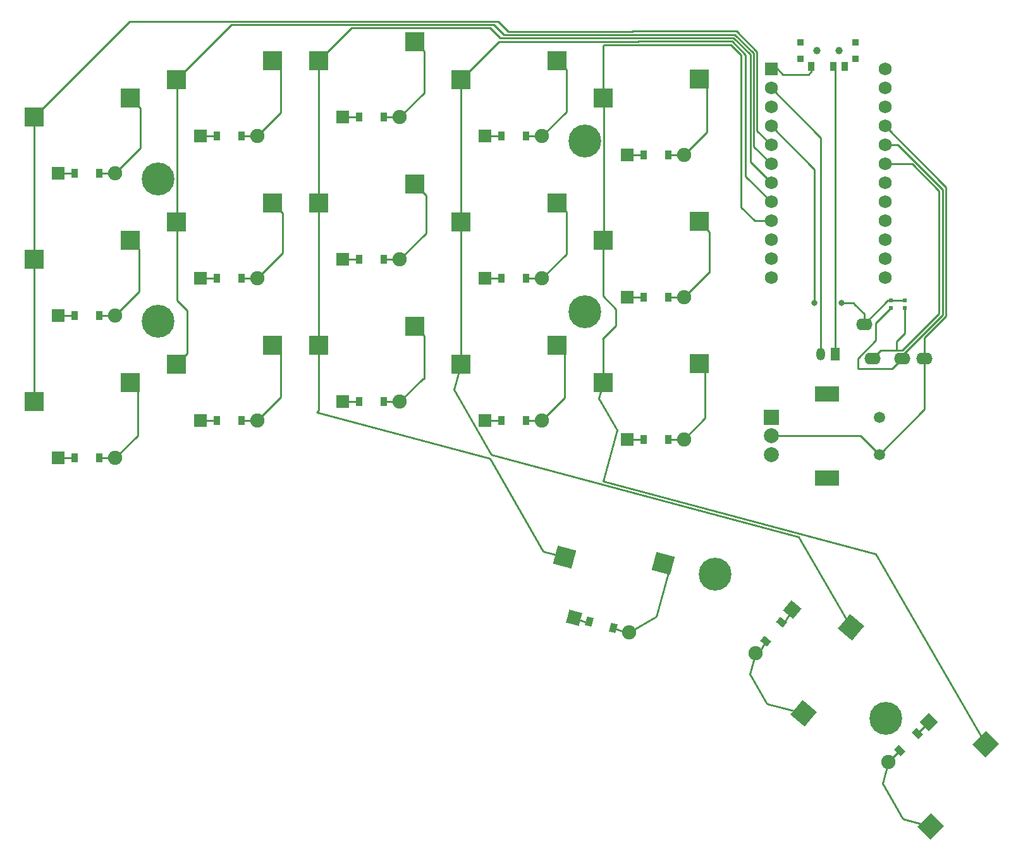
<source format=gbr>
%TF.GenerationSoftware,KiCad,Pcbnew,7.0.10*%
%TF.CreationDate,2024-01-22T21:42:36+02:00*%
%TF.ProjectId,juubo_left_final,6a757562-6f5f-46c6-9566-745f66696e61,v1.0.0*%
%TF.SameCoordinates,Original*%
%TF.FileFunction,Copper,L2,Bot*%
%TF.FilePolarity,Positive*%
%FSLAX46Y46*%
G04 Gerber Fmt 4.6, Leading zero omitted, Abs format (unit mm)*
G04 Created by KiCad (PCBNEW 7.0.10) date 2024-01-22 21:42:36*
%MOMM*%
%LPD*%
G01*
G04 APERTURE LIST*
G04 Aperture macros list*
%AMRotRect*
0 Rectangle, with rotation*
0 The origin of the aperture is its center*
0 $1 length*
0 $2 width*
0 $3 Rotation angle, in degrees counterclockwise*
0 Add horizontal line*
21,1,$1,$2,0,0,$3*%
G04 Aperture macros list end*
%TA.AperFunction,SMDPad,CuDef*%
%ADD10R,0.900000X0.900000*%
%TD*%
%TA.AperFunction,WasherPad*%
%ADD11C,1.000000*%
%TD*%
%TA.AperFunction,SMDPad,CuDef*%
%ADD12R,0.900000X1.250000*%
%TD*%
%TA.AperFunction,ComponentPad*%
%ADD13R,1.200000X1.700000*%
%TD*%
%TA.AperFunction,ComponentPad*%
%ADD14O,1.200000X1.700000*%
%TD*%
%TA.AperFunction,ComponentPad*%
%ADD15R,1.778000X1.778000*%
%TD*%
%TA.AperFunction,SMDPad,CuDef*%
%ADD16R,0.900000X1.200000*%
%TD*%
%TA.AperFunction,ComponentPad*%
%ADD17C,1.905000*%
%TD*%
%TA.AperFunction,SMDPad,CuDef*%
%ADD18R,2.550000X2.500000*%
%TD*%
%TA.AperFunction,ComponentPad*%
%ADD19O,2.200000X1.600000*%
%TD*%
%TA.AperFunction,ComponentPad*%
%ADD20C,0.700000*%
%TD*%
%TA.AperFunction,ComponentPad*%
%ADD21C,4.400000*%
%TD*%
%TA.AperFunction,ComponentPad*%
%ADD22R,3.200000X2.000000*%
%TD*%
%TA.AperFunction,ComponentPad*%
%ADD23C,1.500000*%
%TD*%
%TA.AperFunction,ComponentPad*%
%ADD24R,2.000000X2.000000*%
%TD*%
%TA.AperFunction,ComponentPad*%
%ADD25C,2.000000*%
%TD*%
%TA.AperFunction,SMDPad,CuDef*%
%ADD26RotRect,2.550000X2.500000X345.000000*%
%TD*%
%TA.AperFunction,ComponentPad*%
%ADD27R,1.752600X1.752600*%
%TD*%
%TA.AperFunction,ComponentPad*%
%ADD28C,1.752600*%
%TD*%
%TA.AperFunction,SMDPad,CuDef*%
%ADD29RotRect,2.550000X2.500000X230.000000*%
%TD*%
%TA.AperFunction,ComponentPad*%
%ADD30RotRect,1.778000X1.778000X345.000000*%
%TD*%
%TA.AperFunction,SMDPad,CuDef*%
%ADD31RotRect,0.900000X1.200000X345.000000*%
%TD*%
%TA.AperFunction,SMDPad,CuDef*%
%ADD32RotRect,2.550000X2.500000X225.000000*%
%TD*%
%TA.AperFunction,ComponentPad*%
%ADD33RotRect,1.778000X1.778000X225.000000*%
%TD*%
%TA.AperFunction,SMDPad,CuDef*%
%ADD34RotRect,0.900000X1.200000X225.000000*%
%TD*%
%TA.AperFunction,ComponentPad*%
%ADD35RotRect,1.778000X1.778000X230.000000*%
%TD*%
%TA.AperFunction,SMDPad,CuDef*%
%ADD36RotRect,0.900000X1.200000X230.000000*%
%TD*%
%TA.AperFunction,SMDPad,CuDef*%
%ADD37R,0.500000X0.475000*%
%TD*%
%TA.AperFunction,ViaPad*%
%ADD38C,0.800000*%
%TD*%
%TA.AperFunction,Conductor*%
%ADD39C,0.250000*%
%TD*%
G04 APERTURE END LIST*
D10*
%TO.P,T1,*%
%TO.N,*%
X183913786Y-47312500D03*
X183913786Y-49512500D03*
D11*
X186113786Y-48412500D03*
X189113786Y-48412500D03*
D10*
X191313786Y-47312500D03*
X191313786Y-49512500D03*
D12*
%TO.P,T1,1*%
%TO.N,RAW*%
X185363786Y-50487500D03*
%TO.P,T1,2*%
%TO.N,B+*%
X188363786Y-50487500D03*
%TO.P,T1,3*%
%TO.N,N/C*%
X189863786Y-50487500D03*
%TD*%
D13*
%TO.P,JST1,1*%
%TO.N,B+*%
X188613785Y-89063409D03*
D14*
%TO.P,JST1,2*%
%TO.N,GND*%
X186613785Y-89063409D03*
%TD*%
D15*
%TO.P,D4,1*%
%TO.N,P10*%
X103603787Y-97935909D03*
D16*
X105763787Y-97935909D03*
%TO.P,D4,2*%
%TO.N,ring_bottom*%
X109063787Y-97935909D03*
D17*
X111223787Y-97935909D03*
%TD*%
D18*
%TO.P,S9,1*%
%TO.N,P19*%
X119378783Y-49795909D03*
%TO.P,S9,2*%
%TO.N,middle_top*%
X132305783Y-47255909D03*
%TD*%
D15*
%TO.P,D6,1*%
%TO.N,P14*%
X103603784Y-59835912D03*
D16*
X105763784Y-59835912D03*
%TO.P,D6,2*%
%TO.N,ring_top*%
X109063784Y-59835912D03*
D17*
X111223784Y-59835912D03*
%TD*%
D19*
%TO.P,TRRS1,1*%
%TO.N,VCC*%
X192448785Y-85073409D03*
%TO.P,TRRS1,2*%
%TO.N,P3*%
X193548785Y-89673409D03*
%TO.P,TRRS1,3*%
%TO.N,P2*%
X197548785Y-89673409D03*
%TO.P,TRRS1,4*%
%TO.N,GND*%
X200548785Y-89673409D03*
%TD*%
D15*
%TO.P,D5,1*%
%TO.N,P16*%
X103603783Y-78885908D03*
D16*
X105763783Y-78885908D03*
%TO.P,D5,2*%
%TO.N,ring_home*%
X109063783Y-78885908D03*
D17*
X111223783Y-78885908D03*
%TD*%
D18*
%TO.P,S1,1*%
%TO.N,P21*%
X81278786Y-95395909D03*
%TO.P,S1,2*%
%TO.N,pinky_bottom*%
X94205786Y-92855909D03*
%TD*%
%TO.P,S6,1*%
%TO.N,P20*%
X100328785Y-52295910D03*
%TO.P,S6,2*%
%TO.N,ring_top*%
X113255785Y-49755910D03*
%TD*%
D15*
%TO.P,D15,1*%
%TO.N,P14*%
X160753785Y-62335911D03*
D16*
X162913785Y-62335911D03*
%TO.P,D15,2*%
%TO.N,inner_top*%
X166213785Y-62335911D03*
D17*
X168373785Y-62335911D03*
%TD*%
D18*
%TO.P,S7,1*%
%TO.N,P19*%
X119378784Y-87895911D03*
%TO.P,S7,2*%
%TO.N,middle_bottom*%
X132305784Y-85355911D03*
%TD*%
%TO.P,S10,1*%
%TO.N,P18*%
X138428785Y-90395910D03*
%TO.P,S10,2*%
%TO.N,index_bottom*%
X151355785Y-87855910D03*
%TD*%
D20*
%TO.P,_2,1*%
%TO.N,N/C*%
X153388789Y-60550910D03*
X153872063Y-59384184D03*
X153872063Y-61717636D03*
X155038789Y-58900910D03*
D21*
X155038789Y-60550910D03*
D20*
X155038789Y-62200910D03*
X156205515Y-59384184D03*
X156205515Y-61717636D03*
X156688789Y-60550910D03*
%TD*%
D22*
%TO.P,ROT1,*%
%TO.N,*%
X187493785Y-94405912D03*
X187493785Y-105605912D03*
D23*
%TO.P,ROT1,1*%
%TO.N,P9*%
X194493785Y-97505912D03*
%TO.P,ROT1,2*%
%TO.N,GND*%
X194493785Y-102505912D03*
D24*
%TO.P,ROT1,A*%
%TO.N,P7*%
X179993785Y-97505912D03*
D25*
%TO.P,ROT1,B*%
%TO.N,P8*%
X179993785Y-102505912D03*
%TO.P,ROT1,C*%
%TO.N,GND*%
X179993785Y-100005912D03*
%TD*%
D15*
%TO.P,D8,1*%
%TO.N,P16*%
X122653784Y-76385911D03*
D16*
X124813784Y-76385911D03*
%TO.P,D8,2*%
%TO.N,middle_home*%
X128113784Y-76385911D03*
D17*
X130273784Y-76385911D03*
%TD*%
D15*
%TO.P,D9,1*%
%TO.N,P14*%
X122653784Y-57335910D03*
D16*
X124813784Y-57335910D03*
%TO.P,D9,2*%
%TO.N,middle_top*%
X128113784Y-57335910D03*
D17*
X130273784Y-57335910D03*
%TD*%
D15*
%TO.P,D11,1*%
%TO.N,P16*%
X141703784Y-78885910D03*
D16*
X143863784Y-78885910D03*
%TO.P,D11,2*%
%TO.N,index_home*%
X147163784Y-78885910D03*
D17*
X149323784Y-78885910D03*
%TD*%
D26*
%TO.P,S16,1*%
%TO.N,P19*%
X152377602Y-116198727D03*
%TO.P,S16,2*%
%TO.N,layer_cluster*%
X165521525Y-117091030D03*
%TD*%
D15*
%TO.P,D1,1*%
%TO.N,P10*%
X84553784Y-102935911D03*
D16*
X86713784Y-102935911D03*
%TO.P,D1,2*%
%TO.N,pinky_bottom*%
X90013784Y-102935911D03*
D17*
X92173784Y-102935911D03*
%TD*%
D15*
%TO.P,D10,1*%
%TO.N,P10*%
X141703785Y-97935908D03*
D16*
X143863785Y-97935908D03*
%TO.P,D10,2*%
%TO.N,index_bottom*%
X147163785Y-97935908D03*
D17*
X149323785Y-97935908D03*
%TD*%
D15*
%TO.P,D14,1*%
%TO.N,P16*%
X160753786Y-81385910D03*
D16*
X162913786Y-81385910D03*
%TO.P,D14,2*%
%TO.N,inner_home*%
X166213786Y-81385910D03*
D17*
X168373786Y-81385910D03*
%TD*%
D20*
%TO.P,_6,1*%
%TO.N,N/C*%
X153388784Y-83400000D03*
X153872058Y-82233274D03*
X153872058Y-84566726D03*
X155038784Y-81750000D03*
D21*
X155038784Y-83400000D03*
D20*
X155038784Y-85050000D03*
X156205510Y-82233274D03*
X156205510Y-84566726D03*
X156688784Y-83400000D03*
%TD*%
D15*
%TO.P,D7,1*%
%TO.N,P10*%
X122653785Y-95435911D03*
D16*
X124813785Y-95435911D03*
%TO.P,D7,2*%
%TO.N,middle_bottom*%
X128113785Y-95435911D03*
D17*
X130273785Y-95435911D03*
%TD*%
D27*
%TO.P,MCU1,1*%
%TO.N,RAW*%
X179993787Y-50890909D03*
D28*
%TO.P,MCU1,2*%
%TO.N,GND*%
X179993787Y-53430909D03*
%TO.P,MCU1,3*%
%TO.N,RST*%
X179993787Y-55970909D03*
%TO.P,MCU1,4*%
%TO.N,VCC*%
X179993787Y-58510909D03*
%TO.P,MCU1,5*%
%TO.N,P21*%
X179993787Y-61050909D03*
%TO.P,MCU1,6*%
%TO.N,P20*%
X179993787Y-63590909D03*
%TO.P,MCU1,7*%
%TO.N,P19*%
X179993787Y-66130909D03*
%TO.P,MCU1,8*%
%TO.N,P18*%
X179993787Y-68670909D03*
%TO.P,MCU1,9*%
%TO.N,P15*%
X179993787Y-71210909D03*
%TO.P,MCU1,10*%
%TO.N,P14*%
X179993787Y-73750909D03*
%TO.P,MCU1,11*%
%TO.N,P16*%
X179993787Y-76290909D03*
%TO.P,MCU1,12*%
%TO.N,P10*%
X179993787Y-78830909D03*
%TO.P,MCU1,13*%
%TO.N,VCC*%
X195233787Y-50890909D03*
%TO.P,MCU1,14*%
%TO.N,P0*%
X195233787Y-53430909D03*
%TO.P,MCU1,15*%
%TO.N,GND*%
X195233787Y-55970909D03*
%TO.P,MCU1,16*%
X195233787Y-58510909D03*
%TO.P,MCU1,17*%
%TO.N,P2*%
X195233787Y-61050909D03*
%TO.P,MCU1,18*%
%TO.N,P3*%
X195233787Y-63590909D03*
%TO.P,MCU1,19*%
%TO.N,P4*%
X195233787Y-66130909D03*
%TO.P,MCU1,20*%
%TO.N,P5*%
X195233787Y-68670909D03*
%TO.P,MCU1,21*%
%TO.N,P6*%
X195233787Y-71210909D03*
%TO.P,MCU1,22*%
%TO.N,P7*%
X195233787Y-73750909D03*
%TO.P,MCU1,23*%
%TO.N,P8*%
X195233787Y-76290909D03*
%TO.P,MCU1,24*%
%TO.N,P9*%
X195233787Y-78830909D03*
%TD*%
D18*
%TO.P,S12,1*%
%TO.N,P18*%
X138428787Y-52295911D03*
%TO.P,S12,2*%
%TO.N,index_top*%
X151355787Y-49755911D03*
%TD*%
%TO.P,S3,1*%
%TO.N,P21*%
X81278785Y-57295911D03*
%TO.P,S3,2*%
%TO.N,pinky_top*%
X94205785Y-54755911D03*
%TD*%
%TO.P,S11,1*%
%TO.N,P18*%
X138428785Y-71345909D03*
%TO.P,S11,2*%
%TO.N,index_home*%
X151355785Y-68805909D03*
%TD*%
D20*
%TO.P,_3,1*%
%TO.N,N/C*%
X96238786Y-84600000D03*
X96722060Y-83433274D03*
X96722060Y-85766726D03*
X97888786Y-82950000D03*
D21*
X97888786Y-84600000D03*
D20*
X97888786Y-86250000D03*
X99055512Y-83433274D03*
X99055512Y-85766726D03*
X99538786Y-84600000D03*
%TD*%
D29*
%TO.P,S17,1*%
%TO.N,P18*%
X190674342Y-125624075D03*
%TO.P,S17,2*%
%TO.N,space_cluster*%
X184310780Y-137159412D03*
%TD*%
D20*
%TO.P,_5,1*%
%TO.N,N/C*%
X196500000Y-136666548D03*
X196983274Y-137833274D03*
X195333274Y-136183274D03*
X196500000Y-139000000D03*
D21*
X195333274Y-137833274D03*
D20*
X194166548Y-136666548D03*
X195333274Y-139483274D03*
X193683274Y-137833274D03*
X194166548Y-139000000D03*
%TD*%
D15*
%TO.P,D3,1*%
%TO.N,P14*%
X84553786Y-64835909D03*
D16*
X86713786Y-64835909D03*
%TO.P,D3,2*%
%TO.N,pinky_top*%
X90013786Y-64835909D03*
D17*
X92173786Y-64835909D03*
%TD*%
D30*
%TO.P,D16,1*%
%TO.N,P6*%
X153589515Y-124329438D03*
D31*
X155675914Y-124888488D03*
%TO.P,D16,2*%
%TO.N,layer_cluster*%
X158863470Y-125742590D03*
D17*
X160949869Y-126301640D03*
%TD*%
D15*
%TO.P,D2,1*%
%TO.N,P16*%
X84553785Y-83885911D03*
D16*
X86713785Y-83885911D03*
%TO.P,D2,2*%
%TO.N,pinky_home*%
X90013785Y-83885911D03*
D17*
X92173785Y-83885911D03*
%TD*%
D32*
%TO.P,S18,1*%
%TO.N,P15*%
X208724892Y-141312413D03*
%TO.P,S18,2*%
%TO.N,extra_cluster*%
X201380174Y-152249233D03*
%TD*%
D20*
%TO.P,_4,1*%
%TO.N,N/C*%
X170906222Y-118072949D03*
X171675000Y-117071058D03*
X171071058Y-119325000D03*
X172927051Y-116906222D03*
D21*
X172500000Y-118500000D03*
D20*
X172072949Y-120093778D03*
X173928942Y-117675000D03*
X173325000Y-119928942D03*
X174093778Y-118927051D03*
%TD*%
D15*
%TO.P,D13,1*%
%TO.N,P10*%
X160753786Y-100435910D03*
D16*
X162913786Y-100435910D03*
%TO.P,D13,2*%
%TO.N,inner_bottom*%
X166213786Y-100435910D03*
D17*
X168373786Y-100435910D03*
%TD*%
D18*
%TO.P,S4,1*%
%TO.N,P20*%
X100328786Y-90395912D03*
%TO.P,S4,2*%
%TO.N,ring_bottom*%
X113255786Y-87855912D03*
%TD*%
D20*
%TO.P,_1,1*%
%TO.N,N/C*%
X96238787Y-65550910D03*
X96722061Y-64384184D03*
X96722061Y-66717636D03*
X97888787Y-63900910D03*
D21*
X97888787Y-65550910D03*
D20*
X97888787Y-67200910D03*
X99055513Y-64384184D03*
X99055513Y-66717636D03*
X99538787Y-65550910D03*
%TD*%
D18*
%TO.P,S2,1*%
%TO.N,P21*%
X81278785Y-76345908D03*
%TO.P,S2,2*%
%TO.N,pinky_home*%
X94205785Y-73805908D03*
%TD*%
%TO.P,S15,1*%
%TO.N,P15*%
X157478785Y-54795911D03*
%TO.P,S15,2*%
%TO.N,inner_top*%
X170405785Y-52255911D03*
%TD*%
%TO.P,S8,1*%
%TO.N,P19*%
X119378787Y-68845911D03*
%TO.P,S8,2*%
%TO.N,middle_home*%
X132305787Y-66305911D03*
%TD*%
D33*
%TO.P,D18,1*%
%TO.N,P6*%
X201077534Y-138296605D03*
D34*
X199550183Y-139823956D03*
%TO.P,D18,2*%
%TO.N,extra_cluster*%
X197216731Y-142157408D03*
D17*
X195689380Y-143684759D03*
%TD*%
D18*
%TO.P,S14,1*%
%TO.N,P15*%
X157478783Y-73845911D03*
%TO.P,S14,2*%
%TO.N,inner_home*%
X170405783Y-71305911D03*
%TD*%
D35*
%TO.P,D17,1*%
%TO.N,P6*%
X182793240Y-123286249D03*
D36*
X181404819Y-124940905D03*
%TO.P,D17,2*%
%TO.N,space_cluster*%
X179283619Y-127468851D03*
D17*
X177895198Y-129123507D03*
%TD*%
D18*
%TO.P,S5,1*%
%TO.N,P20*%
X100328784Y-71345910D03*
%TO.P,S5,2*%
%TO.N,ring_home*%
X113255784Y-68805910D03*
%TD*%
%TO.P,S13,1*%
%TO.N,P15*%
X157478786Y-92895911D03*
%TO.P,S13,2*%
%TO.N,inner_bottom*%
X170405786Y-90355911D03*
%TD*%
D15*
%TO.P,D12,1*%
%TO.N,P14*%
X141703787Y-59835909D03*
D16*
X143863787Y-59835909D03*
%TO.P,D12,2*%
%TO.N,index_top*%
X147163787Y-59835909D03*
D17*
X149323787Y-59835909D03*
%TD*%
D37*
%TO.P,DISP1,1*%
%TO.N,VCC*%
X197901286Y-81873911D03*
%TO.P,DISP1,2*%
%TO.N,P3*%
X197901286Y-82897911D03*
%TD*%
%TO.P,DISP2,1*%
%TO.N,VCC*%
X195996287Y-81873909D03*
%TO.P,DISP2,2*%
%TO.N,P2*%
X195996287Y-82897909D03*
%TD*%
D38*
%TO.N,VCC*%
X185800000Y-82200000D03*
X189400000Y-82200000D03*
%TD*%
D39*
%TO.N,GND*%
X203400000Y-66677122D02*
X195233787Y-58510909D01*
X203400000Y-83986396D02*
X203400000Y-66677122D01*
X200548785Y-89673409D02*
X200548785Y-86837611D01*
X200548785Y-86837611D02*
X203400000Y-83986396D01*
%TO.N,P2*%
X197548785Y-89201215D02*
X202950000Y-83800000D01*
X196987305Y-61050909D02*
X195233787Y-61050909D01*
X202950000Y-83800000D02*
X202950000Y-67013604D01*
X202950000Y-67013604D02*
X196987305Y-61050909D01*
%TO.N,GND*%
X194493785Y-102505912D02*
X200548785Y-96450912D01*
X179993785Y-100005912D02*
X191993785Y-100005912D01*
X186613785Y-60050907D02*
X179993787Y-53430909D01*
X191993785Y-100005912D02*
X194493785Y-102505912D01*
X200548785Y-96450912D02*
X200548785Y-89673409D01*
X186613785Y-89063409D02*
X186613785Y-60050907D01*
%TO.N,P21*%
X144800000Y-45850000D02*
X161400000Y-45850000D01*
X81278785Y-57295911D02*
X81278786Y-76345909D01*
X81278785Y-57295911D02*
X94093787Y-44480909D01*
X175345584Y-45800000D02*
X178100000Y-48554416D01*
X178100000Y-48554416D02*
X178100000Y-59157122D01*
X94093787Y-44480909D02*
X143430909Y-44480909D01*
X161450000Y-45800000D02*
X175345584Y-45800000D01*
X143430909Y-44480909D02*
X144800000Y-45850000D01*
X161400000Y-45850000D02*
X161450000Y-45800000D01*
X178100000Y-59157122D02*
X179993787Y-61050909D01*
X81278786Y-76345909D02*
X81278787Y-95395910D01*
%TO.N,pinky_bottom*%
X95172232Y-93822356D02*
X94205786Y-92855910D01*
X92173784Y-102935910D02*
X95172232Y-99937463D01*
X92173783Y-102935911D02*
X90013783Y-102935910D01*
X95172232Y-99937463D02*
X95172232Y-93822356D01*
%TO.N,pinky_home*%
X90013785Y-83885908D02*
X92173785Y-83885908D01*
X95372232Y-80687464D02*
X95372231Y-74972355D01*
X92173786Y-83885911D02*
X95372232Y-80687464D01*
X95372231Y-74972355D02*
X94205786Y-73805909D01*
%TO.N,pinky_top*%
X95572232Y-61437463D02*
X95572232Y-56122358D01*
X95572232Y-56122358D02*
X94205785Y-54755911D01*
X92173786Y-64835909D02*
X90013784Y-64835913D01*
X92173786Y-64835909D02*
X95572232Y-61437463D01*
%TO.N,P20*%
X177650000Y-48740812D02*
X177650000Y-61247122D01*
X100328784Y-90395909D02*
X100328785Y-90395912D01*
X100413788Y-52380911D02*
X100413787Y-71260908D01*
X107693786Y-44930909D02*
X142830909Y-44930909D01*
X161600000Y-46300000D02*
X161650000Y-46250000D01*
X100413786Y-81813786D02*
X101800000Y-83200000D01*
X100413787Y-71260908D02*
X100328783Y-71345911D01*
X100413786Y-71430912D02*
X100413786Y-81813786D01*
X100328785Y-52295910D02*
X100413788Y-52380911D01*
X177650000Y-61247122D02*
X179993787Y-63590909D01*
X161650000Y-46250000D02*
X175159188Y-46250000D01*
X101800000Y-88924698D02*
X100328786Y-90395912D01*
X100328784Y-71345910D02*
X100413786Y-71430912D01*
X175159188Y-46250000D02*
X177650000Y-48740812D01*
X142830909Y-44930909D02*
X144200000Y-46300000D01*
X100328785Y-52295910D02*
X107693786Y-44930909D01*
X101800000Y-83200000D02*
X101800000Y-88924698D01*
X144200000Y-46300000D02*
X161600000Y-46300000D01*
%TO.N,ring_bottom*%
X114372232Y-94787465D02*
X114372231Y-88972358D01*
X111223787Y-97935910D02*
X114372232Y-94787465D01*
X109063785Y-97935910D02*
X111223787Y-97935910D01*
X114372231Y-88972358D02*
X113255787Y-87855911D01*
%TO.N,ring_home*%
X114572232Y-75537461D02*
X114572231Y-70122359D01*
X111223783Y-78885910D02*
X114572232Y-75537461D01*
X114572231Y-70122359D02*
X113255784Y-68805911D01*
X111223784Y-78885908D02*
X109063783Y-78885910D01*
%TO.N,ring_top*%
X114372231Y-50872356D02*
X113255785Y-49755909D01*
X109063786Y-59835908D02*
X111223787Y-59835909D01*
X111223783Y-59835912D02*
X114372232Y-56687464D01*
X114372232Y-56687464D02*
X114372231Y-50872356D01*
%TO.N,P19*%
X119378787Y-87895908D02*
X119378784Y-87895911D01*
X174972792Y-46700000D02*
X177200000Y-48927208D01*
X143750000Y-46750000D02*
X162000000Y-46750000D01*
X142323172Y-102987514D02*
X119200000Y-96791679D01*
X162050000Y-46700000D02*
X174972792Y-46700000D01*
X142380909Y-45380909D02*
X143750000Y-46750000D01*
X177200000Y-63337122D02*
X179993787Y-66130909D01*
X162000000Y-46750000D02*
X162050000Y-46700000D01*
X119378783Y-49795908D02*
X119378784Y-68845909D01*
X119200000Y-96791679D02*
X119378784Y-96612895D01*
X119378787Y-68845912D02*
X119378787Y-87895908D01*
X119378784Y-68845909D02*
X119378787Y-68845912D01*
X119378784Y-96612895D02*
X119378784Y-87895911D01*
X177200000Y-48927208D02*
X177200000Y-63337122D01*
X152377603Y-116198728D02*
X149506511Y-115429421D01*
X149506511Y-115429421D02*
X142323172Y-102987514D01*
X119378783Y-49795909D02*
X123793783Y-45380909D01*
X123793783Y-45380909D02*
X142380909Y-45380909D01*
%TO.N,middle_bottom*%
X133377376Y-92332319D02*
X133572232Y-92332320D01*
X130273785Y-95435911D02*
X133377376Y-92332319D01*
X130273787Y-95435911D02*
X128113785Y-95435911D01*
X133572232Y-86622358D02*
X132305785Y-85355911D01*
X133572232Y-92332320D02*
X133572232Y-86622358D01*
%TO.N,middle_home*%
X133772232Y-67772357D02*
X132305786Y-66305912D01*
X133772232Y-72887463D02*
X133772232Y-67772357D01*
X128113784Y-76385908D02*
X130273785Y-76385910D01*
X130273782Y-76385911D02*
X133772232Y-72887463D01*
%TO.N,middle_top*%
X133572233Y-54037462D02*
X133572232Y-48522356D01*
X130273785Y-57335911D02*
X128113785Y-57335910D01*
X133572232Y-48522356D02*
X132305784Y-47255908D01*
X130273786Y-57335910D02*
X133572233Y-54037462D01*
%TO.N,P18*%
X162250000Y-47150000D02*
X174786396Y-47150000D01*
X143524698Y-47200000D02*
X162200000Y-47200000D01*
X183673254Y-113497832D02*
X142548975Y-102478616D01*
X138428785Y-71345910D02*
X138428785Y-90395912D01*
X142548975Y-102478616D02*
X137523544Y-93774313D01*
X162200000Y-47200000D02*
X162250000Y-47150000D01*
X176600000Y-65277122D02*
X179993787Y-68670909D01*
X174786396Y-47150000D02*
X176600000Y-48963604D01*
X137523544Y-93774313D02*
X138428785Y-90395910D01*
X176600000Y-48963604D02*
X176600000Y-65277122D01*
X190674343Y-125624074D02*
X183673254Y-113497832D01*
X138428787Y-52295911D02*
X143524698Y-47200000D01*
X138428788Y-71345906D02*
X138428785Y-71345910D01*
X138428787Y-52295911D02*
X138428788Y-71345906D01*
%TO.N,index_bottom*%
X152372231Y-88872359D02*
X151355785Y-87855912D01*
X149323785Y-97935911D02*
X152372232Y-94887463D01*
X152372232Y-94887463D02*
X152372231Y-88872359D01*
X147163785Y-97935910D02*
X149323783Y-97935911D01*
%TO.N,index_home*%
X152572233Y-70022357D02*
X151355784Y-68805909D01*
X149323784Y-78885911D02*
X152572232Y-75637464D01*
X149323785Y-78885907D02*
X147163786Y-78885912D01*
X152572232Y-75637464D02*
X152572233Y-70022357D01*
%TO.N,index_top*%
X147163785Y-59835909D02*
X149323785Y-59835910D01*
X152572232Y-56587463D02*
X152572232Y-50972355D01*
X149323786Y-59835909D02*
X152572232Y-56587463D01*
X152572232Y-50972355D02*
X151355786Y-49755911D01*
%TO.N,P15*%
X159343048Y-99192616D02*
X157513027Y-106022347D01*
X157478784Y-92895908D02*
X157478786Y-92895910D01*
X157600000Y-47650000D02*
X174550000Y-47650000D01*
X157478783Y-73845911D02*
X157478783Y-81278783D01*
X157563789Y-73760904D02*
X157478783Y-73845911D01*
X159200000Y-85200000D02*
X157400000Y-87000000D01*
X157478785Y-47771215D02*
X157600000Y-47650000D01*
X157478786Y-92895911D02*
X156917357Y-94991193D01*
X157400000Y-87000000D02*
X157478786Y-87078786D01*
X159200000Y-83000000D02*
X159200000Y-85200000D01*
X157478783Y-81278783D02*
X159200000Y-83000000D01*
X157563789Y-54880912D02*
X157563789Y-73760904D01*
X156917357Y-94991193D02*
X159343048Y-99192616D01*
X157478786Y-87078786D02*
X157478786Y-92895911D01*
X177810909Y-71210909D02*
X179993787Y-71210909D01*
X157478786Y-54795910D02*
X157563789Y-54880912D01*
X176000000Y-49000000D02*
X176000000Y-69400000D01*
X176000000Y-69400000D02*
X177810909Y-71210909D01*
X157513027Y-106022347D02*
X193993750Y-115797328D01*
X174550000Y-47650000D02*
X174600000Y-47600000D01*
X174600000Y-47600000D02*
X176000000Y-49000000D01*
X193993750Y-115797328D02*
X208724891Y-141312414D01*
X157478785Y-54795911D02*
X157478785Y-47771215D01*
%TO.N,inner_bottom*%
X171172233Y-97637464D02*
X171172233Y-91122355D01*
X168373787Y-100435911D02*
X166213786Y-100435911D01*
X171172233Y-91122355D02*
X170405786Y-90355911D01*
X168373786Y-100435909D02*
X171172233Y-97637464D01*
%TO.N,inner_home*%
X171627376Y-78132320D02*
X171772232Y-78132320D01*
X168373787Y-81385909D02*
X171627376Y-78132320D01*
X166213787Y-81385910D02*
X168373783Y-81385909D01*
X171772232Y-72672360D02*
X170405781Y-71305911D01*
X171772232Y-78132320D02*
X171772232Y-72672360D01*
%TO.N,inner_top*%
X171372232Y-53222354D02*
X170405786Y-52255911D01*
X168373784Y-62335910D02*
X166213786Y-62335911D01*
X171372232Y-59337463D02*
X171372232Y-53222354D01*
X168373784Y-62335911D02*
X171372232Y-59337463D01*
%TO.N,layer_cluster*%
X166228349Y-118315284D02*
X165521525Y-117091030D01*
X160949869Y-126301640D02*
X164662805Y-124157976D01*
X160708577Y-126414157D02*
X160949869Y-126301640D01*
X164662805Y-124157976D02*
X166228349Y-118315284D01*
X158863468Y-125742590D02*
X160708577Y-126414157D01*
%TO.N,space_cluster*%
X178407567Y-128986220D02*
X177895197Y-129123508D01*
X179478079Y-135864494D02*
X184310781Y-137159412D01*
X177895197Y-129123507D02*
X177163265Y-131855117D01*
X177163265Y-131855117D02*
X179478079Y-135864494D01*
X179283619Y-127468853D02*
X178407567Y-128986220D01*
%TO.N,extra_cluster*%
X197672258Y-151255701D02*
X201380174Y-152249235D01*
X194932349Y-146510039D02*
X197672258Y-151255701D01*
X195689380Y-143684760D02*
X194932349Y-146510039D01*
X197216731Y-142157409D02*
X195689380Y-143684760D01*
%TO.N,P10*%
X103603785Y-97935911D02*
X105763787Y-97935909D01*
X162913785Y-100435908D02*
X160753786Y-100435909D01*
X124813786Y-95435911D02*
X122653786Y-95435908D01*
X86713786Y-102935908D02*
X84553783Y-102935909D01*
X141703785Y-97935910D02*
X143863785Y-97935912D01*
%TO.N,P16*%
X160753786Y-81385909D02*
X162913784Y-81385910D01*
X122653786Y-76385910D02*
X124813784Y-76385911D01*
X105763783Y-78885912D02*
X103603785Y-78885910D01*
X84553785Y-83885909D02*
X86713784Y-83885909D01*
X143863785Y-78885908D02*
X141703786Y-78885911D01*
%TO.N,P14*%
X162913787Y-62335910D02*
X160753783Y-62335911D01*
X103603785Y-59835911D02*
X105763786Y-59835910D01*
X84553785Y-64835910D02*
X86713786Y-64835908D01*
X141703787Y-59835908D02*
X143863785Y-59835911D01*
X124813787Y-57335909D02*
X122653788Y-57335911D01*
%TO.N,P6*%
X201077533Y-138296606D02*
X199550183Y-139823957D01*
X155434623Y-125001004D02*
X155675914Y-124888486D01*
X182793240Y-123286251D02*
X181917187Y-124803616D01*
X181917187Y-124803616D02*
X181404818Y-124940904D01*
X153589513Y-124329439D02*
X155434623Y-125001004D01*
%TO.N,RAW*%
X181600000Y-51600000D02*
X180890909Y-50890909D01*
X185363786Y-51236214D02*
X185000000Y-51600000D01*
X180890909Y-50890909D02*
X179993787Y-50890909D01*
X180693785Y-50190911D02*
X179993787Y-50890909D01*
X185000000Y-51600000D02*
X181600000Y-51600000D01*
X185363786Y-50487500D02*
X185363786Y-51236214D01*
%TO.N,VCC*%
X191200000Y-82400000D02*
X191000000Y-82200000D01*
X195648285Y-81873909D02*
X192448785Y-85073409D01*
X191000000Y-82200000D02*
X189400000Y-82200000D01*
X192448785Y-83648785D02*
X191200000Y-82400000D01*
X195996287Y-81873909D02*
X195648285Y-81873909D01*
X197901286Y-81873911D02*
X195996289Y-81873911D01*
X179993787Y-58510909D02*
X185800000Y-64317122D01*
X185800000Y-64317122D02*
X185800000Y-82200000D01*
X195996289Y-81873911D02*
X195996287Y-81873909D01*
X192448785Y-85073409D02*
X192448785Y-83648785D01*
X189400000Y-82200000D02*
X189600000Y-82200000D01*
%TO.N,P2*%
X197548785Y-89673409D02*
X197548785Y-89201215D01*
X191600000Y-89600000D02*
X191600000Y-91000000D01*
X196222194Y-91000000D02*
X197548785Y-89673409D01*
X194023785Y-87176215D02*
X191600000Y-89600000D01*
X191600000Y-91000000D02*
X196222194Y-91000000D01*
X195996287Y-82897909D02*
X194023785Y-84870411D01*
X194023785Y-84870411D02*
X194023785Y-87176215D01*
%TO.N,P3*%
X197901286Y-82897911D02*
X197901286Y-86247123D01*
X202500000Y-83613604D02*
X202500000Y-67200000D01*
X193548785Y-89673409D02*
X194673785Y-88548409D01*
X197565195Y-88548409D02*
X202500000Y-83613604D01*
X197901286Y-86247123D02*
X196800000Y-87348409D01*
X196800000Y-88548409D02*
X197565195Y-88548409D01*
X196800000Y-87348409D02*
X196800000Y-88548409D01*
X202500000Y-67200000D02*
X198890909Y-63590909D01*
X194673785Y-88548409D02*
X196800000Y-88548409D01*
X198890909Y-63590909D02*
X195233787Y-63590909D01*
%TO.N,B+*%
X188613785Y-89063409D02*
X188613785Y-50737499D01*
X188613785Y-50440910D02*
X188363786Y-50190911D01*
X188613785Y-50737499D02*
X188363786Y-50487500D01*
%TD*%
M02*

</source>
